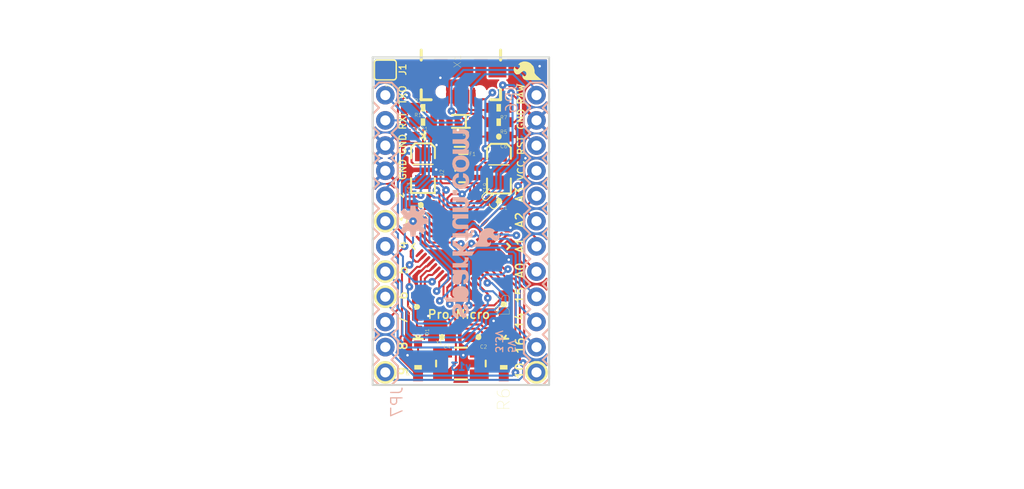
<source format=kicad_pcb>
(kicad_pcb (version 20211014) (generator pcbnew)
  (layers (0 "F.Cu" signal) (31 "B.Cu" signal) (34 "B.Paste" user) (35 "F.Paste" user) (36 "B.SilkS" user "B.Silkscreen") (37 "F.SilkS" user "F.Silkscreen") (38 "B.Mask" user) (39 "F.Mask" user) (44 "Edge.Cuts" user))
  (net 0 "")
  (net 1 "GND")
  (net 2 "AREF")
  (net 3 "RESET")
  (net 4 "SCK")
  (net 5 "N$38")
  (net 6 "MISO")
  (net 7 "MOSI")
  (net 8 "TXO")
  (net 9 "VCC")
  (net 10 "RAW")
  (net 11 "D9")
  (net 12 "D8")
  (net 13 "A5")
  (net 14 "A4")
  (net 15 "A3")
  (net 16 "A2")
  (net 17 "A1")
  (net 18 "A0")
  (net 19 "D2")
  (net 20 "D3")
  (net 21 "D4")
  (net 22 "D5")
  (net 23 "D6")
  (net 24 "D7")
  (net 25 "D10")
  (net 26 "N$1")
  (net 27 "N$2")
  (net 28 "RXI")
  (net 29 "N$4")
  (net 30 "UVCC")
  (net 31 "D-")
  (net 32 "D+")
  (net 33 "D11")
  (net 34 "D12")
  (net 35 "D13")
  (net 36 "D14")
  (net 37 "TXLED")
  (net 38 "N$6")
  (net 39 "N$8")
  (net 40 "N$3")
  (net 41 "N$5")
  (net 42 "N$7")
  (footprint "eagleBoard:CREATIVE_COMMONS" (layer "F.Cu") (at 122.358979 131.6736)
    (fp_text reference "FRAME1" hide)
    (fp_text value "FRAME-LETTER" hide)
  )
  (footprint "eagleBoard:0603-CAP" (layer "F.Cu") (at 152.3238 96.47936 180)
    (fp_text reference "C6")
    (fp_text value "1uF")
  )
  (footprint "eagleBoard:LED-0603" (layer "F.Cu") (at 152.8191 116.6876 180)
    (fp_text reference "D3")
    (fp_text value "Green")
  )
  (footprint "eagleBoard:PTC-1206" (layer "F.Cu") (at 148.5011 96.7486 180)
    (fp_text reference "F1")
    (fp_text value "500mA")
  )
  (footprint "eagleBoard:CRYSTAL-SMD-5X3" (layer "F.Cu") (at 148.5011 119.3546)
    (fp_text reference "Y1")
    (fp_text value "16MHz")
  )
  (footprint "eagleBoard:MICRO-FIDUCIAL" (layer "F.Cu") (at 150.5331 119.3546)
    (fp_text reference "JP1" hide)
    (fp_text value "FIDUCIALUFIDUCIAL" hide)
  )
  (footprint "eagleBoard:0603-CAP" (layer "F.Cu") (at 146.5961 116.6876 180)
    (fp_text reference "C4")
    (fp_text value "22pF")
  )
  (footprint "eagleBoard:LED-0603" (layer "F.Cu") (at 144.1831 116.6876 180)
    (fp_text reference "D1")
    (fp_text value "Yellow")
  )
  (footprint "eagleBoard:USB-AB-MICRO-SMD-V03-IN&OUT" (layer "F.Cu") (at 148.5011 89.7636 -90)
    (fp_text reference "X1")
    (fp_text value "")
  )
  (footprint "eagleBoard:EIA3216" (layer "F.Cu") (at 152.333959 99.710241 90)
    (fp_text reference "C19")
    (fp_text value "10uF")
  )
  (footprint "eagleBoard:0603-CAP" (layer "F.Cu") (at 150.2791 116.6876 180)
    (fp_text reference "C2")
    (fp_text value "22pF")
  )
  (footprint "eagleBoard:MICRO-FIDUCIAL" (layer "F.Cu") (at 143.9291 92.3036)
    (fp_text reference "JP2" hide)
    (fp_text value "FIDUCIALUFIDUCIAL" hide)
  )
  (footprint "eagleBoard:SFE-LOGO-FLAME" (layer "F.Cu") (at 156.6291 90.7796 90)
    (fp_text reference "U$1" hide)
    (fp_text value "LOGO-SFESK" hide)
  )
  (footprint "eagleBoard:0603-RES" (layer "F.Cu") (at 144.1831 119.7356 90)
    (fp_text reference "R4")
    (fp_text value "330")
  )
  (footprint "eagleBoard:LED-0603" (layer "F.Cu") (at 144.6784 96.408241 -90)
    (fp_text reference "LED1")
    (fp_text value "Red")
  )
  (footprint "eagleBoard:0603-CAP" (layer "F.Cu") (at 152.3492 102.95636 180)
    (fp_text reference "C1")
    (fp_text value "0.1uF")
  )
  (footprint "eagleBoard:SOD-323" (layer "F.Cu") (at 148.5011 94.9452 180)
    (fp_text reference "D2")
    (fp_text value "")
  )
  (footprint "eagleBoard:0603-RES" (layer "F.Cu") (at 144.6911 93.5736)
    (fp_text reference "R2")
    (fp_text value "10K")
  )
  (footprint "eagleBoard:0603-RES" (layer "F.Cu") (at 152.3111 93.5736 180)
    (fp_text reference "R7")
    (fp_text value "22")
  )
  (footprint "eagleBoard:0603-CAP" (layer "F.Cu") (at 144.0688 113.6396 90)
    (fp_text reference "C10")
    (fp_text value "1uF")
  )
  (footprint "eagleBoard:SOT23-5" (layer "F.Cu") (at 148.747481 99.659438 90)
    (fp_text reference "U2")
    (fp_text value "MIC5219")
  )
  (footprint "eagleBoard:0603-CAP" (layer "F.Cu") (at 152.8191 113.3856 90)
    (fp_text reference "C3")
    (fp_text value "0.1uF")
  )
  (footprint "eagleBoard:QFN-44-NOPAD_1_1-OUTFAKES" (layer "F.Cu") (at 148.5011 107.5436 -45)
    (fp_text reference "U3")
    (fp_text value "ATMEGA32U4")
  )
  (footprint "eagleBoard:0603-RES" (layer "F.Cu") (at 152.8191 119.7356 90)
    (fp_text reference "R6")
    (fp_text value "330")
  )
  (footprint "eagleBoard:EIA3216" (layer "F.Cu") (at 144.6784 99.661979 90)
    (fp_text reference "C13")
    (fp_text value "10uF")
  )
  (footprint "eagleBoard:0603-RES" (layer "F.Cu") (at 152.3111 95.026482 180)
    (fp_text reference "R5")
    (fp_text value "22")
  )
  (footprint "eagleBoard:0603-CAP" (layer "F.Cu") (at 144.465037 103.377994 180)
    (fp_text reference "C5")
    (fp_text value "1uF")
  )
  (footprint "eagleBoard:SJ_2S" (layer "F.Cu") (at 140.8811 89.7636 180)
    (fp_text reference "SJ1")
    (fp_text value "Closed for 5V Board")
  )
  (footprint "eagleBoard:0603-RES" (layer "F.Cu") (at 144.6784 95.013782)
    (fp_text reference "R11")
    (fp_text value "1K")
  )
  (footprint "eagleBoard:OSHW-LOGO-S" (layer "B.Cu") (at 143.6751 105.0036 90)
    (fp_text reference "U$3" hide)
    (fp_text value "OSHW-LOGOS" hide)
  )
  (footprint "eagleBoard:SFE-NEW-WEBLOGO" (layer "B.Cu") (at 146.7231 114.7826 90)
    (fp_text reference "U$11" hide)
    (fp_text value "LOGO-SFENEW" hide)
  )
  (footprint "eagleBoard:1X12" (layer "B.Cu") (at 140.8811 120.2436 90)
    (fp_text reference "JP7")
    (fp_text value "")
  )
  (footprint "eagleBoard:1X12" (layer "B.Cu") (at 156.1211 92.3036 -90)
    (fp_text reference "JP6")
    (fp_text value "")
  )
  (gr_circle (center 156.1211 120.2436) (end 157.1371 120.2436) (layer "F.SilkS") (width 0.254) (fill none))
  (gr_circle (center 140.8811 112.6236) (end 141.8971 112.6236) (layer "F.SilkS") (width 0.254) (fill none))
  (gr_circle (center 140.8811 120.2436) (end 141.8971 120.2436) (layer "F.SilkS") (width 0.254) (fill none))
  (gr_circle (center 140.8811 110.0836) (end 141.8971 110.0836) (layer "F.SilkS") (width 0.254) (fill none))
  (gr_circle (center 140.8811 105.0036) (end 141.8971 105.0036) (layer "F.SilkS") (width 0.254) (fill none))
  (gr_line (start 139.6111 121.5136) (end 157.3911 121.5136) (layer "Edge.Cuts") (width 0.2032))
  (gr_line (start 139.6111 88.4936) (end 139.6111 121.5136) (layer "Edge.Cuts") (width 0.2032))
  (gr_line (start 157.3911 88.4936) (end 139.6111 88.4936) (layer "Edge.Cuts") (width 0.2032))
  (gr_line (start 157.3911 121.5136) (end 157.3911 88.4936) (layer "Edge.Cuts") (width 0.2032))
  (gr_text "v13" (at 149.6441 120.1166) (layer "B.Cu") (effects (font (size 0.762 0.762) (thickness 0.254)) (justify left bottom mirror)))
  (gr_text "3.3V" (at 151.9301 118.3386 -90) (layer "B.SilkS") (effects (font (size 0.69088 0.69088) (thickness 0.12192)) (justify left bottom mirror)))
  (gr_text "5V" (at 153.2001 118.3386 -90) (layer "B.SilkS") (effects (font (size 0.69088 0.69088) (thickness 0.12192)) (justify left bottom mirror)))
  (gr_text "TXO" (at 143.0401 93.3196 90) (layer "F.SilkS") (effects (font (size 0.69088 0.69088) (thickness 0.12192)) (justify left bottom)))
  (gr_text "RXI" (at 143.0401 95.8596 90) (layer "F.SilkS") (effects (font (size 0.69088 0.69088) (thickness 0.12192)) (justify left bottom)))
  (gr_text "3" (at 143.1671 105.3846 90) (layer "F.SilkS") (effects (font (size 0.8636 0.8636) (thickness 0.1524)) (justify left bottom)))
  (gr_text "GND" (at 143.0401 100.9396 90) (layer "F.SilkS") (effects (font (size 0.69088 0.69088) (thickness 0.12192)) (justify left bottom)))
  (gr_text "2" (at 142.791178 102.796341 90) (layer "F.SilkS") (effects (font (size 0.69088 0.69088) (thickness 0.12192)) (justify left bottom)))
  (gr_text "14" (at 154.9781 115.9256 90) (layer "F.SilkS") (effects (font (size 0.8636 0.8636) (thickness 0.1524)) (justify left bottom)))
  (gr_text "J1" (at 143.0401 90.3986 90) (layer "F.SilkS") (effects (font (size 0.69088 0.69088) (thickness 0.12192)) (justify left bottom)))
  (gr_text "Micro" (at 147.8661 114.9096) (layer "F.SilkS") (effects (font (size 0.8636 0.8636) (thickness 0.1524)) (justify left bottom)))
  (gr_text "7" (at 143.1671 115.5446 90) (layer "F.SilkS") (effects (font (size 0.8636 0.8636) (thickness 0.1524)) (justify left bottom)))
  (gr_text "GND" (at 154.9781 95.8596 90) (layer "F.SilkS") (effects (font (size 0.69088 0.69088) (thickness 0.12192)) (justify left bottom)))
  (gr_text "15" (at 154.9781 113.3856 90) (layer "F.SilkS") (effects (font (size 0.8636 0.8636) (thickness 0.1524)) (justify left bottom)))
  (gr_text "A0" (at 154.9781 110.8456 90) (layer "F.SilkS") (effects (font (size 0.8636 0.8636) (thickness 0.1524)) (justify left bottom)))
  (gr_text "9" (at 143.1671 120.6246 90) (layer "F.SilkS") (effects (font (size 0.8636 0.8636) (thickness 0.1524)) (justify left bottom)))
  (gr_text "RAW" (at 154.9781 93.3196 90) (layer "F.SilkS") (effects (font (size 0.69088 0.69088) (thickness 0.12192)) (justify left bottom)))
  (gr_text "16" (at 154.9781 118.4656 90) (layer "F.SilkS") (effects (font (size 0.8636 0.8636) (thickness 0.1524)) (justify left bottom)))
  (gr_text "10" (at 154.9781 121.0056 90) (layer "F.SilkS") (effects (font (size 0.8636 0.8636) (thickness 0.1524)) (justify left bottom)))
  (gr_text "A1" (at 154.9781 108.3056 90) (layer "F.SilkS") (effects (font (size 0.8636 0.8636) (thickness 0.1524)) (justify left bottom)))
  (gr_text "5" (at 143.1671 110.4646 90) (layer "F.SilkS") (effects (font (size 0.8636 0.8636) (thickness 0.1524)) (justify left bottom)))
  (gr_text "RST" (at 154.9781 98.3996 90) (layer "F.SilkS") (effects (font (size 0.69088 0.69088) (thickness 0.12192)) (justify left bottom)))
  (gr_text "Pro" (at 145.0721 114.9096) (layer "F.SilkS") (effects (font (size 0.8636 0.8636) (thickness 0.1524)) (justify left bottom)))
  (gr_text "A3" (at 154.9781 103.2256 90) (layer "F.SilkS") (effects (font (size 0.8636 0.8636) (thickness 0.1524)) (justify left bottom)))
  (gr_text "4" (at 143.1671 107.9246 90) (layer "F.SilkS") (effects (font (size 0.8636 0.8636) (thickness 0.1524)) (justify left bottom)))
  (gr_text "VCC" (at 154.9781 100.9396 90) (layer "F.SilkS") (effects (font (size 0.69088 0.69088) (thickness 0.12192)) (justify left bottom)))
  (gr_text "A2" (at 154.9781 105.7656 90) (layer "F.SilkS") (effects (font (size 0.8636 0.8636) (thickness 0.1524)) (justify left bottom)))
  (gr_text "8" (at 143.1671 118.0846 90) (layer "F.SilkS") (effects (font (size 0.8636 0.8636) (thickness 0.1524)) (justify left bottom)))
  (gr_text "6" (at 143.1671 113.0046 90) (layer "F.SilkS") (effects (font (size 0.8636 0.8636) (thickness 0.1524)) (justify left bottom)))
  (gr_text "GND" (at 143.0401 98.3996 90) (layer "F.SilkS") (effects (font (size 0.69088 0.69088) (thickness 0.12192)) (justify left bottom)))
  (segment (start 144.873981 113.5888) (end 144.2466 112.961419) (width 0.2032) (layer "F.Cu") (net 1))
  (segment (start 152.603378 108.159844) (end 153.257134 108.8136) (width 0.2032) (layer "F.Cu") (net 1))
  (segment (start 144.510759 110.015019) (end 144.971518 109.55426) (width 0.2032) (layer "F.Cu") (net 1))
  (segment (start 150.9522 114.533682) (end 150.9522 114.533682) (width 0.2032) (layer "F.Cu") (net 1))
  (segment (start 146.15315 104.498447) (end 145.315037 103.660335) (width 0.2032) (layer "F.Cu") (net 1))
  (segment (start 153.323059 108.8898) (end 153.3271 108.8898) (width 0.2032) (layer "F.Cu") (net 1))
  (segment (start 144.0688 111.3155) (end 144.0688 112.7896) (width 0.2032) (layer "F.Cu") (net 1))
  (segment (start 144.2466 112.961419) (end 144.240618 112.961419) (width 0.2032) (layer "F.Cu") (net 1))
  (segment (start 150.9522 114.533682) (end 151.255269 114.672291) (width 0.2032) (layer "F.Cu") (net 1))
  (segment (start 143.807181 110.479838) (end 143.807181 111.053882) (width 0.2032) (layer "F.Cu") (net 1))
  (segment (start 147.2011 92.4636) (end 147.2011 91.0336) (width 0.4064) (layer "F.Cu") (net 1))
  (segment (start 147.2011 91.0336) (end 147.2311 91.0336) (width 0.4064) (layer "F.Cu") (net 1))
  (segment (start 149.5171 112.045638) (end 149.5171 112.4458) (width 0.2032) (layer "F.Cu") (net 1))
  (segment (start 145.315037 103.660335) (end 145.315037 103.377994) (width 0.2032) (layer "F.Cu") (net 1))
  (segment (start 153.257134 108.8136) (end 153.5811 108.8136) (width 0.2032) (layer "F.Cu") (net 1))
  (segment (start 149.465946 111.994485) (end 149.5171 112.045638) (width 0.2032) (layer "F.Cu") (net 1))
  (segment (start 145.7461 115.60646) (end 144.873981 114.734341) (width 0.2032) (layer "F.Cu") (net 1))
  (segment (start 152.8191 114.2356) (end 152.8191 114.046) (width 0.2032) (layer "F.Cu") (net 1))
  (segment (start 145.315037 101.698616) (end 144.6784 101.061979) (width 0.2032) (layer "F.Cu") (net 1))
  (segment (start 144.272 110.015019) (end 144.510759 110.015019) (width 0.2032) (layer "F.Cu") (net 1))
  (segment (start 144.272 110.015019) (end 143.807181 110.479838) (width 0.2032) (layer "F.Cu") (net 1))
  (segment (start 144.873981 114.734341) (end 144.873981 113.5888) (width 0.2032) (layer "F.Cu") (net 1))
  (segment (start 144.971518 109.55426) (end 145.096025 109.55426) (width 0.2032) (layer "F.Cu") (net 1))
  (segment (start 144.991278 101.061979) (end 144.6784 101.061979) (width 0.2032) (layer "F.Cu") (net 1))
  (segment (start 151.255269 114.672291) (end 151.798021 115.056922) (width 0.2032) (layer "F.Cu") (net 1))
  (segment (start 145.7461 116.6876) (end 145.7461 115.60646) (width 0.2032) (layer "F.Cu") (net 1))
  (segment (start 144.240618 112.961419) (end 144.0688 112.7896) (width 0.2032) (layer "F.Cu") (net 1))
  (segment (start 143.807181 111.053882) (end 144.0688 111.3155) (width 0.2032) (layer "F.Cu") (net 1))
  (segment (start 145.315037 103.377994) (end 145.315037 101.698616) (width 0.2032) (layer "F.Cu") (net 1))
  (via (at 142.951203 96.260919) (size 0.762) (drill 0.254) (layers "F.Cu" "B.Cu") (net 1))
  (via (at 155.008578 98.661219) (size 0.762) (drill 0.254) (layers "F.Cu" "B.Cu") (net 1))
  (via (at 156.4386 89.3826) (size 0.762) (drill 0.254) (layers "F.Cu" "B.Cu") (net 1))
  (via (at 148.193759 95.811341) (size 0.762) (drill 0.254) (layers "F.Cu" "B.Cu") (net 1))
  (via (at 146.431 90.551) (size 0.762) (drill 0.254) (layers "F.Cu" "B.Cu") (net 1))
  (via (at 151.798021 115.056922) (size 0.762) (drill 0.254) (layers "F.Cu" "B.Cu") (net 1))
  (via (at 153.492206 105.671625) (size 0.762) (drill 0.254) (layers "F.Cu" "B.Cu") (net 1))
  (via (at 145.2118 114.561619) (size 0.762) (drill 0.254) (layers "F.Cu" "B.Cu") (net 1))
  (via (at 154.4701 102.8446) (size 0.762) (drill 0.254) (layers "F.Cu" "B.Cu") (net 1))
  (via (at 148.739862 118.511319) (size 0.762) (drill 0.254) (layers "F.Cu" "B.Cu") (net 1))
  (via (at 153.3271 108.8898) (size 0.762) (drill 0.254) (layers "F.Cu" "B.Cu") (net 1))
  (via (at 146.0373 97.33026) (size 0.762) (drill 0.254) (layers "F.Cu" "B.Cu") (net 1))
  (via (at 150.495003 101.866704) (size 0.762) (drill 0.254) (layers "F.Cu" "B.Cu") (net 1))
  (via (at 146.001737 99.804219) (size 0.762) (drill 0.254) (layers "F.Cu" "B.Cu") (net 1))
  (via (at 149.166581 114.44986) (size 0.762) (drill 0.254) (layers "F.Cu" "B.Cu") (net 1))
  (via (at 143.11884 118.521479) (size 0.762) (drill 0.254) (layers "F.Cu" "B.Cu") (net 1))
  (via (at 151.51354 99.598482) (size 0.762) (drill 0.254) (layers "F.Cu" "B.Cu") (net 1))
  (segment (start 140.8811 97.3836) (end 142.003781 96.260919) (width 0.2032) (layer "B.Cu") (net 1))
  (segment (start 142.003781 96.260919) (end 142.951203 96.260919) (width 0.2032) (layer "B.Cu") (net 1))
  (segment (start 150.163153 103.789925) (end 150.996718 102.95636) (width 0.2032) (layer "F.Cu") (net 2))
  (segment (start 150.996718 102.95636) (end 151.4992 102.95636) (width 0.2032) (layer "F.Cu") (net 2))
  (segment (start 144.3265 108.9406) (end 144.1741 109.093) (width 0.2032) (layer "F.Cu") (net 3))
  (segment (start 142.1511 96.901) (end 142.1511 105.7656) (width 0.2032) (layer "F.Cu") (net 3))
  (segment (start 144.398818 108.857054) (end 144.3265 108.929372) (width 0.2032) (layer "F.Cu") (net 3))
  (segment (start 142.1511 95.359219) (end 141.589759 95.92056) (width 0.2032) (layer "F.Cu") (net 3))
  (segment (start 143.6751 107.7976) (end 143.6751 107.2896) (width 0.2032) (layer "F.Cu") (net 3))
  (segment (start 143.9545 109.093) (end 143.4465 108.585) (width 0.2032) (layer "F.Cu") (net 3))
  (segment (start 144.1741 109.093) (end 143.9545 109.093) (width 0.2032) (layer "F.Cu") (net 3))
  (segment (start 144.3265 108.929372) (end 144.3265 108.9406) (width 0.2032) (layer "F.Cu") (net 3))
  (segment (start 143.8411 93.1046) (end 143.0401 92.3036) (width 0.2032) (layer "F.Cu") (net 3))
  (segment (start 143.6751 107.2896) (end 142.1511 105.7656) (width 0.2032) (layer "F.Cu") (net 3))
  (segment (start 143.4465 108.0262) (end 143.4465 108.585) (width 0.2032) (layer "F.Cu") (net 3))
  (segment (start 143.4465 108.0262) (end 143.6751 107.7976) (width 0.2032) (layer "F.Cu") (net 3))
  (segment (start 141.589759 96.33966) (end 142.1511 96.901) (width 0.2032) (layer "F.Cu") (net 3))
  (segment (start 143.8411 93.5736) (end 143.8411 93.1046) (width 0.2032) (layer "F.Cu") (net 3))
  (segment (start 141.589759 95.92056) (end 141.589759 96.33966) (width 0.2032) (layer "F.Cu") (net 3))
  (segment (start 142.1511 95.359219) (end 142.1511 93.1926) (width 0.2032) (layer "F.Cu") (net 3))
  (segment (start 142.1511 93.1926) (end 143.0401 92.3036) (width 0.2032) (layer "F.Cu") (net 3))
  (via (at 143.0401 92.3036) (size 0.762) (drill 0.254) (layers "F.Cu" "B.Cu") (net 3))
  (segment (start 150.9141 90.1954) (end 149.5425 91.567) (width 0.2032) (layer "B.Cu") (net 3))
  (segment (start 155.2321 93.9546) (end 154.8511 94.3356) (width 0.2032) (layer "B.Cu") (net 3))
  (segment (start 149.5425 91.567) (end 149.5425 94.0816) (width 0.2032) (layer "B.Cu") (net 3))
  (segment (start 153.7589 90.1954) (end 154.8511 91.2876) (width 0.2032) (layer "B.Cu") (net 3))
  (segment (start 154.8511 92.8116) (end 155.2321 93.1926) (width 0.2032) (layer "B.Cu") (net 3))
  (segment (start 154.8511 91.2876) (end 154.8511 92.8116) (width 0.2032) (layer "B.Cu") (net 3))
  (segment (start 154.8511 94.3356) (end 154.8511 96.1136) (width 0.2032) (layer "B.Cu") (net 3))
  (segment (start 154.8511 96.1136) (end 156.1211 97.3836) (width 0.2032) (layer "B.Cu") (net 3))
  (segment (start 143.0401 92.3036) (end 145.8087 95.0722) (width 0.2032) (layer "B.Cu") (net 3))
  (segment (start 155.2321 93.1926) (end 155.2321 93.9546) (width 0.2032) (layer "B.Cu") (net 3))
  (segment (start 149.5425 94.0816) (end 148.5519 95.0722) (width 0.2032) (layer "B.Cu") (net 3))
  (segment (start 145.8087 95.0722) (end 148.5519 95.0722) (width 0.2032) (layer "B.Cu") (net 3))
  (segment (start 150.9141 90.1954) (end 153.7589 90.1954) (width 0.2032) (layer "B.Cu") (net 3))
  (segment (start 145.3637 106.5276) (end 145.393475 106.5276) (width 0.2032) (layer "F.Cu") (net 4))
  (segment (start 145.393475 106.5276) (end 145.9611 106.5276) (width 0.2032) (layer "F.Cu") (net 4))
  (segment (start 145.096025 106.23015) (end 145.393475 106.5276) (width 0.2032) (layer "F.Cu") (net 4))
  (segment (start 145.9611 106.5276) (end 149.5171 106.5276) (width 0.2032) (layer "F.Cu") (net 4))
  (segment (start 149.5171 106.5276) (end 149.7711 106.2736) (width 0.2032) (layer "F.Cu") (net 4))
  (via (at 149.7711 106.2736) (size 0.762) (drill 0.254) (layers "F.Cu" "B.Cu") (net 4))
  (segment (start 150.0251 106.2736) (end 150.5331 106.7816) (width 0.2032) (layer "B.Cu") (net 4))
  (segment (start 153.7081 107.2896) (end 154.3431 107.2896) (width 0.2032) (layer "B.Cu") (net 4))
  (segment (start 153.2001 106.7816) (end 153.7081 107.2896) (width 0.2032) (layer "B.Cu") (net 4))
  (segment (start 150.5331 106.7816) (end 153.2001 106.7816) (width 0.2032) (layer "B.Cu") (net 4))
  (segment (start 154.3431 107.2896) (end 154.8511 107.7976) (width 0.2032) (layer "B.Cu") (net 4))
  (segment (start 149.7711 106.2736) (end 150.0251 106.2736) (width 0.2032) (layer "B.Cu") (net 4))
  (segment (start 154.8511 107.7976) (end 154.8511 111.3536) (width 0.2032) (layer "B.Cu") (net 4))
  (segment (start 154.8511 111.3536) (end 156.1211 112.6236) (width 0.2032) (layer "B.Cu") (net 4))
  (segment (start 143.9284 95.113782) (end 143.9284 96.408241) (width 0.2032) (layer "F.Cu") (net 5))
  (segment (start 143.8284 95.013782) (end 143.9284 95.113782) (width 0.2032) (layer "F.Cu") (net 5))
  (segment (start 147.3581 108.0516) (end 148.7805 108.0516) (width 0.2032) (layer "F.Cu") (net 6))
  (segment (start 146.8501 107.5436) (end 147.3581 108.0516) (width 0.2032) (layer "F.Cu") (net 6))
  (segment (start 145.015059 107.5436) (end 145.0289 107.5436) (width 0.2032) (layer "F.Cu") (net 6))
  (segment (start 148.7805 108.0516) (end 149.5679 107.2642) (width 0.2032) (layer "F.Cu") (net 6))
  (segment (start 145.0289 107.5436) (end 145.9611 107.5436) (width 0.2032) (layer "F.Cu") (net 6))
  (segment (start 145.9611 107.5436) (end 146.8501 107.5436) (width 0.2032) (layer "F.Cu") (net 6))
  (segment (start 144.398818 106.92736) (end 145.015059 107.5436) (width 0.2032) (layer "F.Cu") (net 6))
  (via (at 149.5679 107.2642) (size 0.762) (drill 0.254) (layers "F.Cu" "B.Cu") (net 6))
  (segment (start 154.4193 108.1024) (end 154.4193 113.538) (width 0.2032) (layer "B.Cu") (net 6))
  (segment (start 153.4795 107.696) (end 154.0129 107.696) (width 0.2032) (layer "B.Cu") (net 6))
  (segment (start 156.0449 115.1636) (end 156.1211 115.1636) (width 0.2032) (layer "B.Cu") (net 6))
  (segment (start 153.0731 107.2896) (end 149.5933 107.2896) (width 0.2032) (layer "B.Cu") (net 6))
  (segment (start 149.5933 107.2896) (end 149.5679 107.2642) (width 0.2032) (layer "B.Cu") (net 6))
  (segment (start 154.4193 113.538) (end 156.0449 115.1636) (width 0.2032) (layer "B.Cu") (net 6))
  (segment (start 153.0731 107.2896) (end 153.4795 107.696) (width 0.2032) (layer "B.Cu") (net 6))
  (segment (start 154.0129 107.696) (end 154.4193 108.1024) (width 0.2032) (layer "B.Cu") (net 6))
  (segment (start 145.3551 107.1626) (end 145.9611 107.1626) (width 0.2032) (layer "F.Cu") (net 7))
  (segment (start 148.3741 107.1626) (end 148.5011 107.2896) (width 0.2032) (layer "F.Cu") (net 7))
  (segment (start 145.9611 107.1626) (end 148.3741 107.1626) (width 0.2032) (layer "F.Cu") (net 7))
  (segment (start 145.331268 107.1626) (end 145.3551 107.1626) (width 0.2032) (layer "F.Cu") (net 7))
  (segment (start 144.747421 106.578754) (end 145.331268 107.1626) (width 0.2032) (layer "F.Cu") (net 7))
  (via (at 148.5011 107.2896) (size 0.762) (drill 0.254) (layers "F.Cu" "B.Cu") (net 7))
  (segment (start 149.7203 108.0516) (end 150.1013 107.6706) (width 0.2032) (layer "B.Cu") (net 7))
  (segment (start 148.5011 107.2896) (end 149.2631 108.0516) (width 0.2032) (layer "B.Cu") (net 7))
  (segment (start 154.0129 109.7026) (end 154.0383 109.728) (width 0.2032) (layer "B.Cu") (net 7))
  (segment (start 150.1013 107.6706) (end 152.6921 107.6706) (width 0.2032) (layer "B.Cu") (net 7))
  (segment (start 149.2631 108.0516) (end 149.7203 108.0516) (width 0.2032) (layer "B.Cu") (net 7))
  (segment (start 152.6921 107.6706) (end 153.1239 108.1024) (width 0.2032) (layer "B.Cu") (net 7))
  (segment (start 154.0383 109.728) (end 154.0383 115.6208) (width 0.2032) (layer "B.Cu") (net 7))
  (segment (start 153.7843 108.1024) (end 154.0129 108.331) (width 0.2032) (layer "B.Cu") (net 7))
  (segment (start 154.0129 108.331) (end 154.0129 109.7026) (width 0.2032) (layer "B.Cu") (net 7))
  (segment (start 154.0383 115.6208) (end 156.1211 117.7036) (width 0.2032) (layer "B.Cu") (net 7))
  (segment (start 153.1239 108.1024) (end 153.7843 108.1024) (width 0.2032) (layer "B.Cu") (net 7))
  (segment (start 147.1295 111.683854) (end 147.1295 113.098582) (width 0.2032) (layer "F.Cu") (net 8))
  (segment (start 147.1295 113.098582) (end 147.380959 113.350041) (width 0.2032) (layer "F.Cu") (net 8))
  (segment (start 147.1295 111.683854) (end 147.149675 111.683854) (width 0.2032) (layer "F.Cu") (net 8))
  (segment (start 147.149675 111.683854) (end 147.187646 111.645882) (width 0.2032) (layer "F.Cu") (net 8))
  (via (at 147.380959 113.350041) (size 0.762) (drill 0.254) (layers "F.Cu" "B.Cu") (net 8))
  (segment (start 144.139921 101.59746) (end 143.532859 101.59746) (width 0.2032) (layer "B.Cu") (net 8))
  (segment (start 143.33474 103.385619) (end 143.400781 103.45166) (width 0.2032) (layer "B.Cu") (net 8))
  (segment (start 145.3261 96.7486) (end 140.8811 92.3036) (width 0.2032) (layer "B.Cu") (net 8))
  (segment (start 143.400781 103.45166) (end 144.200878 103.45166) (width 0.2032) (layer "B.Cu") (net 8))
  (segment (start 143.532859 101.59746) (end 143.33474 101.795579) (width 0.2032) (layer "B.Cu") (net 8))
  (segment (start 145.27784 100.459541) (end 144.139921 101.59746) (width 0.2032) (layer "B.Cu") (net 8))
  (segment (start 148.229318 112.501682) (end 147.380959 113.350041) (width 0.2032) (layer "B.Cu") (net 8))
  (segment (start 143.33474 101.795579) (end 143.33474 103.385619) (width 0.2032) (layer "B.Cu") (net 8))
  (segment (start 145.3261 104.576882) (end 144.200878 103.45166) (width 0.2032) (layer "B.Cu") (net 8))
  (segment (start 145.27784 96.79686) (end 145.27784 100.459541) (width 0.2032) (layer "B.Cu") (net 8))
  (segment (start 145.27784 96.79686) (end 145.3261 96.7486) (width 0.2032) (layer "B.Cu") (net 8))
  (segment (start 145.3261 106.9467) (end 148.229318 109.849919) (width 0.2032) (layer "B.Cu") (net 8))
  (segment (start 148.229318 109.849919) (end 148.229318 112.501682) (width 0.2032) (layer "B.Cu") (net 8))
  (segment (start 145.3261 104.576882) (end 145.3261 106.9467) (width 0.2032) (layer "B.Cu") (net 8))
  (segment (start 156.1211 99.9236) (end 155.98394 99.9236) (width 0.2032) (layer "F.Cu") (net 9))
  (segment (start 144.6784 98.261979) (end 145.061478 98.261979) (width 0.2032) (layer "F.Cu") (net 9))
  (segment (start 149.465946 103.092719) (end 149.826981 102.731685) (width 0.2032) (layer "F.Cu") (net 9))
  (segment (start 152.8191 115.9376) (end 153.6065 115.1502) (width 0.2032) (layer "F.Cu") (net 9))
  (segment (start 141.9606 91.4781) (end 144.1196 91.4781) (width 0.2032) (layer "F.Cu") (net 9))
  (segment (start 144.0688 114.4896) (end 144.0688 115.8233) (width 0.2032) (layer "F.Cu") (net 9))
  (segment (start 150.957281 101.185982) (end 149.890481 101.185982) (width 0.2032) (layer "F.Cu") (net 9))
  (segment (start 154.264362 101.455222) (end 155.795984 99.9236) (width 0.2032) (layer "F.Cu") (net 9))
  (segment (start 149.826981 102.731685) (end 149.826981 101.249482) (width 0.2032) (layer "F.Cu") (net 9))
  (segment (start 148.699221 100.7187) (end 148.684583 100.664069) (width 0.2032) (layer "F.Cu") (net 9))
  (segment (start 143.3068 110.390941) (end 143.3068 111.61776) (width 0.2032) (layer "F.Cu") (net 9))
  (segment (start 150.195281 113.491007) (end 151.863693 113.491007) (width 0.2032) (layer "F.Cu") (net 9))
  (segment (start 144.1196 91.4781) (end 144.8181 92.1766) (width 0.2032) (layer "F.Cu") (net 9))
  (segment (start 149.299931 113.491007) (end 150.195281 113.491007) (width 0.2032) (layer "F.Cu") (net 9))
  (segment (start 151.163018 101.871782) (end 151.163018 101.391719) (width 0.2032) (layer "F.Cu") (net 9))
  (segment (start 148.338543 98.049082) (end 146.362418 98.049082) (width 0.2032) (layer "F.Cu") (net 9))
  (segment (start 144.747421 109.205657) (end 144.341918 109.61116) (width 0.2032) (layer "F.Cu") (net 9))
  (segment (start 143.1671 111.75746) (end 143.3068 111.61776) (width 0.2032) (layer "F.Cu") (net 9))
  (segment (start 143.1671 113.5879) (end 144.0688 114.4896) (width 0.2032) (layer "F.Cu") (net 9))
  (segment (start 140.8811 91.0336) (end 140.4692 90.6217) (width 0.2032) (layer "F.Cu") (net 9))
  (segment (start 153.6065 112.8776) (end 153.2645 112.5356) (width 0.2032) (layer "F.Cu") (net 9))
  (segment (start 148.699221 100.7187) (end 148.699221 100.7187) (width 0.2032) (layer "F.Cu") (net 9))
  (segment (start 144.341918 109.61116) (end 144.086581 109.61116) (width 0.2032) (layer "F.Cu") (net 9))
  (segment (start 151.863693 113.491007) (end 152.8191 112.5356) (width 0.2032) (layer "F.Cu") (net 9))
  (segment (start 145.5411 93.5736) (end 145.5284 93.5863) (width 0.2032) (layer "F.Cu") (net 9))
  (segment (start 140.4692 90.6217) (end 140.4692 89.7636) (width 0.2032) (layer "F.Cu") (net 9))
  (segment (start 144.0688 115.8233) (end 144.1831 115.9376) (width 0.2032) (layer "F.Cu") (net 9))
  (segment (start 152.5769 112.5356) (end 152.8191 112.5356) (width 0.2032) (layer "F.Cu") (net 9))
  (segment (start 151.163018 101.391719) (end 150.957281 101.185982) (width 0.2032) (layer "F.Cu") (net 9))
  (segment (start 146.362418 98.049082) (end 146.149521 98.261979) (width 0.2032) (layer "F.Cu") (net 9))
  (segment (start 145.5284 93.5863) (end 145.5284 95.013782) (width 0.2032) (layer "F.Cu") (net 9))
  (segment (start 148.699221 100.954922) (end 148.930281 101.185982) (width 0.2032) (layer "F.Cu") (net 9))
  (segment (start 144.086581 109.61116) (end 143.3068 110.390941) (width 0.2032) (layer "F.Cu") (net 9))
  (segment (start 148.699221 100.7187) (end 148.699221 100.954922) (width 0.2032) (layer "F.Cu") (net 9))
  (segment (start 148.699221 100.7187) (end 148.699221 98.40976) (width 0.2032) (layer "F.Cu") (net 9))
  (segment (start 145.5284 95.013782) (end 144.6784 95.863782) (width 0.2032) (layer "F.Cu") (net 9))
  (segment (start 143.8901 114.4896) (end 144.0688 114.4896) (width 0.2032) (layer "F.Cu") (net 9))
  (segment (start 144.6784 95.863782) (end 144.6784 98.261979) (width 0.2032) (layer "F.Cu") (net 9))
  (segment (start 150.138131 111.969463) (end 150.138131 113.433857) (width 0.2032) (layer "F.Cu") (net 9))
  (segment (start 143.1671 113.5879) (end 143.1671 111.75746) (width 0.2032) (layer "F.Cu") (net 9))
  (segment (start 141.9606 91.4781) (end 141.5161 91.0336) (width 0.2032) (layer "F.Cu") (net 9))
  (segment (start 155.795984 99.9236) (end 156.1211 99.9236) (width 0.2032) (layer "F.Cu") (net 9))
  (segment (start 144.8181 92.1766) (end 144.8181 92.8506) (width 0.2032) (layer "F.Cu") (net 9))
  (segment (start 150.138131 113.433857) (end 150.138131 113.433857) (width 0.2032) (layer "F.Cu") (net 9))
  (segment (start 153.2645 112.5356) (end 152.8191 112.5356) (width 0.2032) (layer "F.Cu") (net 9))
  (segment (start 152.603378 106.92736) (end 153.079337 106.4514) (width 0.2032) (layer "F.Cu") (net 9))
  (segment (start 144.1323 115.8868) (end 144.1831 115.9376) (width 0.2032) (layer "F.Cu") (net 9))
  (segment (start 150.138131 113.433857) (end 150.195281 113.491007) (width 0.2032) (layer "F.Cu") (net 9))
  (segment (start 148.699221 98.40976) (end 148.338543 98.049082) (width 0.2032) (layer "F.Cu") (net 9))
  (segment (start 148.589959 100.609438) (end 147.447381 100.609438) (width 0.2032) (layer "F.Cu") (net 9))
  (segment (start 149.890481 101.185982) (end 148.930281 101.185982) (width 0.2032) (layer "F.Cu") (net 9))
  (segment (start 149.81455 111.645882) (end 150.138131 111.969463) (width 0.2032) (layer "F.Cu") (net 9))
  (segment (start 153.079337 106.4514) (end 154.078937 106.4514) (width 0.2032) (layer "F.Cu") (net 9))
  (segment (start 148.64459 100.624076) (end 148.589959 100.609438) (width 0.2032) (layer "F.Cu") (net 9))
  (segment (start 141.5161 91.0336) (end 140.8811 91.0336) (width 0.2032) (layer "F.Cu") (net 9))
  (segment (start 144.8181 92.8506) (end 145.5411 93.5736) (width 0.2032) (layer "F.Cu") (net 9))
  (segment (start 149.826981 101.249482) (end 149.890481 101.185982) (width 0.2032) (layer "F.Cu") (net 9))
  (segment (start 146.149521 98.261979) (end 144.6784 98.261979) (width 0.2032) (layer "F.Cu") (net 9))
  (segment (start 154.078937 106.4514) (end 154.096718 106.433619) (width 0.2032) (layer "F.Cu") (net 9))
  (segment (start 151.439878 102.148641) (end 153.570943 102.148641) (width 0.2032) (layer "F.Cu") (net 9))
  (segment (start 153.570943 102.148641) (end 154.264362 101.455222) (width 0.2032) (layer "F.Cu") (net 9))
  (segment (start 153.6065 115.1502) (end 153.6065 112.8776) (width 0.2032) (layer "F.Cu") (net 9))
  (segment (start 151.439878 102.148641) (end 151.163018 101.871782) (width 0.2032) (layer "F.Cu") (net 9))
  (segment (start 148.684583 100.664069) (end 148.64459 100.624076) (width 0.2032) (layer "F.Cu") (net 9))
  (via (at 143.3068 111.61776) (size 0.762) (drill 0.254) (layers "F.Cu" "B.Cu") (net 9))
  (via (at 154.096718 106.433619) (size 0.762) (drill 0.254) (layers "F.Cu" "B.Cu") (net 9))
  (via (at 149.299931 113.491007) (size 0.762) (drill 0.254) (layers "F.Cu" "B.Cu") (net 9))
  (via (at 154.264362 101.455222) (size 0.762) (drill 0.254) (layers "F.Cu" "B.Cu") (net 9))
  (segment (start 144.155159 115.323619) (end 147.185381 115.323619) (width 0.2032) (layer "B.Cu") (net 9))
  (segment (start 154.264362 101.455222) (end 154.264362 101.780338) (width 0.2032) (layer "B.Cu") (net 9))
  (segment (start 149.308818 113.482119) (end 149.308818 113.482119) (width 0.2032) (layer "B.Cu") (net 9))
  (segment (start 143.7259 114.89436) (end 143.7259 113.441482) (width 0.2032) (layer "B.Cu") (net 9))
  (segment (start 147.185381 115.323619) (end 149.017993 113.491007) (width 0.2032) (layer "B.Cu") (net 9))
  (segment (start 153.2763 106.344719) (end 150.985218 106.344719) (width 0.2032) (layer "B.Cu") (net 9))
  (segment (start 143.1671 112.882682) (end 143.1671 111.75746) (width 0.2032) (layer "B.Cu") (net 9))
  (segment (start 149.308818 113.482119) (end 149.299931 113.491007) (width 0.2032) (layer "B.Cu") (net 9))
  (segment (start 143.7259 113.441482) (end 143.1671 112.882682) (width 0.2032) (layer "B.Cu") (net 9))
  (segment (start 149.308818 109.10316) (end 149.308818 113.482119) (width 0.2032) (layer "B.Cu") (net 9))
  (segment (start 143.1671 111.75746) (end 143.3068 111.61776) (width 0.2032) (layer "B.Cu") (net 9))
  (segment (start 149.692362 105.22966) (end 148.69414 106.227882) (width 0.2032) (layer "B.Cu") (net 9))
  (segment (start 149.017993 113.491007) (end 149.299931 113.491007) (width 0.2032) (layer "B.Cu") (net 9))
  (segment (start 147.581618 106.961941) (end 147.581618 107.37596) (width 0.2032) (layer "B.Cu") (net 9))
  (segment (start 153.3652 106.433619) (end 153.2763 106.344719) (width 0.2032) (layer "B.Cu") (net 9))
  (segment (start 148.315678 106.227882) (end 147.581618 106.961941) (width 0.2032) (layer "B.Cu") (net 9))
  (segment (start 150.3426 105.7021) (end 149.870159 105.22966) (width 0.2032) (layer "B.Cu") (net 9))
  (segment (start 149.870159 105.22966) (end 149.692362 105.22966) (width 0.2032) (layer "B.Cu") (net 9))
  (segment (start 144.155159 115.323619) (end 143.7259 114.89436) (width 0.2032) (layer "B.Cu") (net 9))
  (segment (start 154.096718 106.433619) (end 153.3652 106.433619) (width 0.2032) (layer "B.Cu") (net 9))
  (segment (start 150.985218 106.344719) (end 150.3426 105.7021) (width 0.2032) (layer "B.Cu") (net 9))
  (segment (start 148.69414 106.227882) (end 148.315678 106.227882) (width 0.2032) (layer "B.Cu") (net 9))
  (segment (start 147.581618 107.37596) (end 149.308818 109.10316) (width 0.2032) (layer "B.Cu") (net 9))
  (segment (start 154.264362 101.780338) (end 150.3426 105.7021) (width 0.2032) (layer "B.Cu") (net 9))
  (segment (start 149.118321 100.30206) (end 149.118321 98.6536) (width 0.2032) (layer "F.Cu") (net 10))
  (segment (start 149.387562 100.5713) (end 150.009443 100.5713) (width 0.2032) (layer "F.Cu") (net 10))
  (segment (start 149.991743 98.6536) (end 149.118321 98.6536) (width 0.2032) (layer "F.Cu") (net 10))
  (segment (start 150.047581 98.709438) (end 149.991743 98.6536) (width 0.2032) (layer "F.Cu") (net 10))
  (segment (start 151.934762 98.709438) (end 150.047581 98.709438) (width 0.2032) (layer "F.Cu") (net 10))
  (segment (start 149.118321 100.30206) (end 149.387562 100.5713) (width 0.2032) (layer "F.Cu") (net 10))
  (segment (start 147.9423 93.9038) (end 147.5486 93.9038) (width 0.2032) (layer "F.Cu") (net 10))
  (segment (start 152.333959 98.310241) (end 151.934762 98.709438) (width 0.2032) (layer "F.Cu") (net 10))
  (segment (start 148.9837 94.9452) (end 147.9423 93.9038) (width 0.2032) (layer "F.Cu") (net 10))
  (segment (start 150.009443 100.5713) (end 150.047581 100.609438) (width 0.2032) (layer "F.Cu") (net 10))
  (segment (start 148.97354 97.63506) (end 148.97354 94.95536) (width 0.2032) (layer "F.Cu") (net 10))
  (segment (start 149.118321 97.779841) (end 148.97354 97.63506) (width 0.2032) (layer "F.Cu") (net 10))
  (segment (start 149.118321 98.6536) (end 149.118321 97.779841) (width 0.2032) (layer "F.Cu") (net 10))
  (segment (start 148.97354 94.95536) (end 148.9837 94.9452) (width 0.2032) (layer "F.Cu") (net 10))
  (segment (start 149.6511 94.9452) (end 148.9837 94.9452) (width 0.2032) (layer "F.Cu") (net 10))
  (via (at 147.5486 93.9038) (size 0.762) (drill 0.254) (layers "F.Cu" "B.Cu") (net 10))
  (segment (start 148.7551 89.7636) (end 154.0891 89.7636) (width 0.2032) (layer "B.Cu") (net 10))
  (segment (start 154.0891 89.7636) (end 156.1211 91.7956) (width 0.2032) (layer "B.Cu") (net 10))
  (segment (start 147.5486 90.9701) (end 147.5486 93.9038) (width 0.2032) (layer "B.Cu") (net 10))
  (segment (start 148.7551 89.7636) (end 147.5486 90.9701) (width 0.2032) (layer "B.Cu") (net 10))
  (segment (start 156.1211 91.7956) (end 156.1211 92.3036) (width 0.2032) (layer "B.Cu") (net 10))
  (segment (start 153.6954 111.2139) (end 154.4447 111.9632) (width 0.2032) (layer "F.Cu") (net 11))
  (segment (start 154.4447 111.9632) (end 154.4447 119.0244) (width 0.2032) (layer "F.Cu") (net 11))
  (segment (start 154.726637 119.306338) (end 154.769821 119.306338) (width 0.2032) (layer "F.Cu") (net 11))
  (segment (start 152.868606 111.2139) (end 153.6954 111.2139) (width 0.2032) (layer "F.Cu") (net 11))
  (segment (start 151.557568 109.902863) (end 152.868606 111.2139) (width 0.2032) (layer "F.Cu") (net 11))
  (segment (start 154.4447 119.0244) (end 154.726637 119.306338) (width 0.2032) (layer "F.Cu") (net 11))
  (via (at 154.769821 119.306338) (size 0.762) (drill 0.254) (layers "F.Cu" "B.Cu") (net 11))
  (segment (start 154.769821 120.604279) (end 154.769821 119.306338) (width 0.2032) (layer "B.Cu") (net 11))
  (segment (start 154.3685 121.0056) (end 141.6431 121.0056) (width 0.2032) (layer "B.Cu") (net 11))
  (segment (start 141.6431 121.0056) (end 140.8811 120.2436) (width 0.2032) (layer "B.Cu") (net 11))
  (segment (start 154.3685 121.0056) (end 154.769821 120.604279) (width 0.2032) (layer "B.Cu") (net 11))
  (segment (start 153.9875 118.8466) (end 154.0002 118.8593) (width 0.2032) (layer "F.Cu") (net 12))
  (segment (start 152.593037 111.635541) (end 153.416 111.635541) (width 0.2032) (layer "F.Cu") (net 12))
  (segment (start 152.593037 111.635541) (end 150.860359 109.902863) (width 0.2032) (layer "F.Cu") (net 12))
  (segment (start 153.9875 112.207041) (end 153.9875 118.8466) (width 0.2032) (layer "F.Cu") (net 12))
  (segment (start 153.416 111.635541) (end 153.9875 112.207041) (width 0.2032) (layer "F.Cu") (net 12))
  (segment (start 154.0002 118.8593) (end 154.0002 120.25376) (width 0.2032) (layer "F.Cu") (net 12))
  (via (at 154.0002 120.25376) (size 0.762) (drill 0.254) (layers "F.Cu" "B.Cu") (net 12))
  (segment (start 140.8811 117.7036) (end 143.7513 120.5738) (width 0.2032) (layer "B.Cu") (net 12))
  (segment (start 153.680159 120.5738) (end 154.0002 120.25376) (width 0.2032) (layer "B.Cu") (net 12))
  (segment (start 143.7513 120.5738) (end 153.680159 120.5738) (width 0.2032) (layer "B.Cu") (net 12))
  (segment (start 152.298396 103.746304) (end 154.830778 103.746304) (width 0.2032) (layer "F.Cu") (net 15))
  (segment (start 154.830778 103.746304) (end 156.113481 102.4636) (width 0.2032) (layer "F.Cu") (net 15))
  (segment (start 151.208962 104.835738) (end 152.298396 103.746304) (width 0.2032) (layer "F.Cu") (net 15))
  (segment (start 156.113481 102.4636) (end 156.1211 102.4636) (width 0.2032) (layer "F.Cu") (net 15))
  (segment (start 152.290778 103.746304) (end 152.298396 103.746304) (width 0.2032) (layer "F.Cu") (net 15))
  (segment (start 155.267659 104.15016) (end 156.1211 105.0036) (width 0.2032) (layer "F.Cu") (net 16))
  (segment (start 151.208962 105.532944) (end 152.591746 104.15016) (width 0.2032) (layer "F.Cu") (net 16))
  (segment (start 152.591746 104.15016) (end 155.267659 104.15016) (width 0.2032) (layer "F.Cu") (net 16))
  (segment (start 154.87904 105.506519) (end 156.1211 106.748579) (width 0.2032) (layer "F.Cu") (net 17))
  (segment (start 156.1211 106.748579) (end 156.1211 107.5436) (width 0.2032) (layer "F.Cu") (net 17))
  (segment (start 154.52344 104.566719) (end 154.87904 104.922319) (width 0.2032) (layer "F.Cu") (net 17))
  (segment (start 152.872396 104.566719) (end 154.52344 104.566719) (width 0.2032) (layer "F.Cu") (net 17))
  (segment (start 154.87904 104.922319) (end 154.87904 105.506519) (width 0.2032) (layer "F.Cu") (net 17))
  (segment (start 151.557568 105.881547) (end 152.872396 104.566719) (width 0.2032) (layer "F.Cu") (net 17))
  (segment (start 151.906171 106.23015) (end 153.14034 104.995982) (width 0.2032) (layer "F.Cu") (net 18))
  (segment (start 156.1211 110.0836) (end 154.881581 108.844082) (width 0.2032) (layer "F.Cu") (net 18))
  (segment (start 153.14034 104.995982) (end 154.21864 104.995982) (width 0.2032) (layer "F.Cu") (net 18))
  (segment (start 154.21864 104.995982) (end 154.388818 105.16616) (width 0.2032) (layer "F.Cu") (net 18))
  (segment (start 154.388818 105.16616) (end 154.388818 105.5751) (width 0.2032) (layer "F.Cu") (net 18))
  (segment (start 154.881581 106.067863) (end 154.881581 108.844082) (width 0.2032) (layer "F.Cu") (net 18))
  (segment (start 154.388818 105.5751) (end 154.881581 106.067863) (width 0.2032) (layer "F.Cu") (net 18))
  (segment (start 146.3167 111.122416) (end 146.3167 111.798097) (width 0.2032) (layer "F.Cu") (net 19))
  (segment (start 146.3167 111.798097) (end 146.060159 112.054638) (width 0.2032) (layer "F.Cu") (net 19))
  (segment (start 146.49044 110.948675) (end 146.3167 111.122416) (width 0.2032) (layer "F.Cu") (net 19))
  (via (at 146.060159 112.054638) (size 0.762) (drill 0.254) (layers "F.Cu" "B.Cu") (net 19))
  (segment (start 143.845281 104.2289) (end 142.8877 104.2289) (width 0.2032) (layer "B.Cu") (net 19))
  (segment (start 142.1638 100.46716) (end 142.1638 97.668079) (width 0.2032) (layer "B.Cu") (net 19))
  (segment (start 143.857978 97.16516) (end 144.4371 97.744282) (width 0.2032) (layer "B.Cu") (net 19))
  (segment (start 140.8811 102.4636) (end 140.8811 101.74986) (width 0.2032) (layer "B.Cu") (net 19))
  (segment (start 144.4371 107.2896) (end 144.4371 104.820719) (width 0.2032) (layer "B.Cu") (net 19))
  (segment (start 142.666718 97.16516) (end 143.857978 97.16516) (width 0.2032) (layer "B.Cu") (net 19))
  (segment (start 144.434559 97.746822) (end 144.434559 100.116641) (width 0.2032) (layer "B.Cu") (net 19))
  (segment (start 142.1638 97.668079) (end 142.666718 97.16516) (width 0.2032) (layer "B.Cu") (net 19))
  (segment (start 144.434559 97.746822) (end 144.4371 97.744282) (width 0.2032) (layer "B.Cu") (net 19))
  (segment (start 142.8877 104.2289) (end 142.5448 103.886) (width 0.2032) (layer "B.Cu") (net 19))
  (segment (start 142.5448 101.2952) (end 143.0528 100.7872) (width 0.2032) (layer "B.Cu") (net 19))
  (segment (start 143.0528 100.7872) (end 143.764 100.7872) (width 0.2032) (layer "B.Cu") (net 19))
  (segment (start 142.5448 103.886) (end 142.5448 101.2952) (width 0.2032) (layer "B.Cu") (net 19))
  (segment (start 147.2311 110.0836) (end 147.2311 110.883697) (width 0.2032) (layer "B.Cu") (net 19))
  (segment (start 144.4371 104.820719) (end 143.845281 104.2289) (width 0.2032) (layer "B.Cu") (net 19))
  (segment (start 147.2311 110.883697) (end 146.060159 112.054638) (width 0.2032) (layer "B.Cu") (net 19))
  (segment (start 144.4371 107.2896) (end 147.2311 110.0836) (width 0.2032) (layer "B.Cu") (net 19))
  (segment (start 140.8811 101.74986) (end 142.1638 100.46716) (width 0.2032) (layer "B.Cu") (net 19))
  (segment (start 143.764 100.7872) (end 144.434559 100.116641) (width 0.2032) (layer "B.Cu") (net 19))
  (segment (start 145.633446 111.107216) (end 145.600421 111.107216) (width 0.2032) (layer "F.Cu") (net 20))
  (segment (start 146.14059 110.600072) (end 145.633446 111.107216) (width 0.2032) (layer "F.Cu") (net 20))
  (segment (start 146.141837 110.600072) (end 146.14059 110.600072) (width 0.2032) (layer "F.Cu") (net 20))
  (via (at 145.600421 111.107216) (size 0.762) (drill 0.254) (layers "F.Cu" "B.Cu") (net 20))
  (segment (start 142.1511 106.2736) (end 140.8811 105.0036) (width 0.2032) (layer "B.Cu") (net 20))
  (segment (start 142.6591 109.9566) (end 142.6591 108.5596) (width 0.2032) (layer "B.Cu") (net 20))
  (segment (start 143.809715 111.107216) (end 142.6591 109.9566) (width 0.2032) (layer "B.Cu") (net 20))
  (segment (start 142.1511 108.0516) (end 142.1511 106.2736) (width 0.2032) (layer "B.Cu") (net 20))
  (segment (start 142.6591 108.5596) (end 142.1511 108.0516) (width 0.2032) (layer "B.Cu") (net 20))
  (segment (start 143.809715 111.107216) (end 145.600421 111.107216) (width 0.2032) (layer "B.Cu") (net 20))
  (segment (start 151.20874 112.342866) (end 151.20874 112.753141) (width 0.2032) (layer "F.Cu") (net 21))
  (segment (start 150.163153 111.297279) (end 151.20874 112.342866) (width 0.2032) (layer "F.Cu") (net 21))
  (via (at 151.20874 112.753141) (size 0.762) (drill 0.254) (layers "F.Cu" "B.Cu") (net 21))
  (segment (start 143.0274 114.061241) (end 143.0274 116.248179) (width 0.2032) (layer "B.Cu") (net 21))
  (segment (start 151.20874 113.39576) (end 151.20874 112.753141) (width 0.2032) (layer "B.Cu") (net 21))
  (segment (start 142.5321 113.565941) (end 143.0274 114.061241) (width 0.2032) (layer "B.Cu") (net 21))
  (segment (start 142.5321 111.1758) (end 142.5321 113.565941) (width 0.2032) (layer "B.Cu") (net 21))
  (segment (start 148.539203 116.72316) (end 150.195281 115.067082) (width 0.2032) (layer "B.Cu") (net 21))
  (segment (start 142.1511 110.7948) (end 142.5321 111.1758) (width 0.2032) (layer "B.Cu") (net 21))
  (segment (start 140.8811 107.5436) (end 142.1511 108.8136) (width 0.2032) (layer "B.Cu") (net 21))
  (segment (start 143.502381 116.72316) (end 148.539203 116.72316) (width 0.2032) (layer "B.Cu") (net 21))
  (segment (start 150.195281 115.067082) (end 150.195281 114.409219) (width 0.2032) (layer "B.Cu") (net 21))
  (segment (start 142.1511 108.8136) (end 142.1511 110.7948) (width 0.2032) (layer "B.Cu") (net 21))
  (segment (start 150.195281 114.409219) (end 151.20874 113.39576) (width 0.2032) (layer "B.Cu") (net 21))
  (segment (start 143.0274 116.248179) (end 143.502381 116.72316) (width 0.2032) (layer "B.Cu") (net 21))
  (segment (start 152.88634 109.837222) (end 153.24074 109.837222) (width 0.2032) (layer "F.Cu") (net 22))
  (segment (start 152.254775 109.205657) (end 152.88634 109.837222) (width 0.2032) (layer "F.Cu") (net 22))
  (via (at 153.24074 109.837222) (size 0.762) (drill 0.254) (layers "F.Cu" "B.Cu") (net 22))
  (segment (start 150.4569 110.9472) (end 151.023318 110.380782) (width 0.2032) (layer "B.Cu") (net 22))
  (segment (start 150.4569 111.7854) (end 150.741381 112.069882) (width 0.2032) (layer "B.Cu") (net 22))
  (segment (start 150.741381 112.069882) (end 151.721818 112.069882) (width 0.2032) (layer "B.Cu") (net 22))
  (segment (start 150.6093 115.267741) (end 148.6662 117.210841) (width 0.2032) (layer "B.Cu") (net 22))
  (segment (start 142.107918 113.748819) (end 142.107918 113.174782) (width 0.2032) (layer "B.Cu") (net 22))
  (segment (start 150.6093 114.6556) (end 150.6093 115.267741) (width 0.2032) (layer "B.Cu") (net 22))
  (segment (start 151.721818 112.069882) (end 152.471118 112.819182) (width 0.2032) (layer "B.Cu") (net 22))
  (segment (start 152.697181 110.380782) (end 153.24074 109.837222) (width 0.2032) (layer "B.Cu") (net 22))
  (segment (start 150.62454 114.6556) (end 150.6093 114.6556) (width 0.2032) (layer "B.Cu") (net 22))
  (segment (start 152.471118 113.352582) (end 151.861518 113.962182) (width 0.2032) (layer "B.Cu") (net 22))
  (segment (start 142.605759 114.24666) (end 142.107918 113.748819) (width 0.2032) (layer "B.Cu") (net 22))
  (segment (start 152.471118 112.819182) (end 152.471118 113.352582) (width 0.2032) (layer "B.Cu") (net 22))
  (segment (start 143.3703 117.210841) (end 142.605759 116.4463) (width 0.2032) (layer "B.Cu") (net 22))
  (segment (start 151.861518 113.962182) (end 151.317959 113.962182) (width 0.2032) (layer "B.Cu") (net 22))
  (segment (start 151.023318 110.380782) (end 152.697181 110.380782) (width 0.2032) (layer "B.Cu") (net 22))
  (segment (start 142.605759 116.4463) (end 142.605759 114.24666) (width 0.2032) (layer "B.Cu") (net 22))
  (segment (start 142.107918 113.174782) (end 142.1511 113.1316) (width 0.2032) (layer "B.Cu") (net 22))
  (segment (start 142.1511 111.3536) (end 140.8811 110.0836) (width 0.2032) (layer "B.Cu") (net 22))
  (segment (start 142.1511 113.1316) (end 142.1511 111.3536) (width 0.2032) (layer "B.Cu") (net 22))
  (segment (start 151.317959 113.962182) (end 150.62454 114.6556) (width 0.2032) (layer "B.Cu") (net 22))
  (segment (start 150.4569 111.7854) (end 150.4569 110.9472) (width 0.2032) (layer "B.Cu") (net 22))
  (segment (start 148.6662 117.210841) (end 143.3703 117.210841) (width 0.2032) (layer "B.Cu") (net 22))
  (segment (start 151.1681 111.2266) (end 151.1681 110.9178) (width 0.2032) (layer "F.Cu") (net 23))
  (segment (start 151.1681 110.90781) (end 151.1681 111.2266) (width 0.2032) (layer "F.Cu") (net 23))
  (segment (start 151.1681 110.91771) (end 151.1681 111.2266) (width 0.2032) (layer "F.Cu") (net 23))
  (segment (start 150.511756 110.251466) (end 151.1681 110.90781) (width 0.2032) (layer "F.Cu") (net 23))
  (via (at 151.1681 111.2266) (size 0.762) (drill 0.254) (layers "F.Cu" "B.Cu") (net 23))
  (segment (start 142.123159 116.715538) (end 142.123159 114.442241) (width 0.2032) (layer "B.Cu") (net 23))
  (segment (start 152.9842 112.593119) (end 151.617681 111.2266) (width 0.2032) (layer "B.Cu") (net 23))
  (segment (start 151.483059 114.366041) (end 151.023318 114.825782) (width 0.2032) (layer "B.Cu") (net 23))
  (segment (start 140.8811 113.200182) (end 140.8811 112.6236) (width 0.2032) (layer "B.Cu") (net 23))
  (segment (start 151.023318 115.4938) (end 148.7805 117.736619) (width 0.2032) (layer "B.Cu") (net 23))
  (segment (start 142.123159 114.442241) (end 140.8811 113.200182) (width 0.2032) (layer "B.Cu") (net 23))
  (segment (start 143.14424 117.736619) (end 142.123159 116.715538) (width 0.2032) (layer "B.Cu") (net 23))
  (segment (start 148.7805 117.736619) (end 143.14424 117.736619) (width 0.2032) (layer "B.Cu") (net 23))
  (segment (start 151.483059 114.366041) (end 152.105359 114.366041) (width 0.2032) (layer "B.Cu") (net 23))
  (segment (start 152.105359 114.366041) (end 152.9842 113.4872) (width 0.2032) (layer "B.Cu") (net 23))
  (segment (start 151.617681 111.2266) (end 151.1681 111.2266) (width 0.2032) (layer "B.Cu") (net 23))
  (segment (start 152.9842 113.4872) (end 152.9842 112.593119) (width 0.2032) (layer "B.Cu") (net 23))
  (segment (start 151.023318 114.825782) (end 151.023318 115.4938) (width 0.2032) (layer "B.Cu") (net 23))
  (segment (start 148.849078 103.027482) (end 148.155662 103.027482) (width 0.2032) (layer "F.Cu") (net 24))
  (segment (start 143.5227 98.188782) (end 143.30934 97.975422) (width 0.2032) (layer "F.Cu") (net 24))
  (segment (start 142.1511 113.8936) (end 142.1511 108.234479) (width 0.2032) (layer "F.Cu") (net 24))
  (segment (start 147.67814 102.72776) (end 147.85594 102.72776) (width 0.2032) (layer "F.Cu") (net 24))
  (segment (start 140.8811 115.1636) (end 142.1511 113.8936) (width 0.2032) (layer "F.Cu") (net 24))
  (segment (start 145.55724 99.296219) (end 143.784318 99.296219) (width 0.2032) (layer "F.Cu") (net 24))
  (segment (start 148.706837 101.58476) (end 149.329137 101.58476) (width 0.2032) (layer "F.Cu") (net 24))
  (segment (start 148.32584 101.183441) (end 148.32584 101.203763) (width 0.2032) (layer "F.Cu") (net 24))
  (segment (start 147.53844 103.094907) (end 147.884856 103.441322) (width 0.2032) (layer "F.Cu") (net 24))
  (segment (start 147.530818 102.875082) (end 147.67814 102.72776) (width 0.2032) (layer "F.Cu") (net 24))
  (segment (start 149.43074 101.686363) (end 149.43074 102.445819) (width 0.2032) (layer "F.Cu") (net 24))
  (segment (start 148.32584 101.183441) (end 146.639281 101.183441) (width 0.2032) (layer "F.Cu") (net 24))
  (segment (start 145.55724 99.296219) (end 145.803618 99.049841) (width 0.2032) (layer "F.Cu") (net 24))
  (segment (start 149.43074 101.686363) (end 149.329137 101.58476) (width 0.2032) (layer "F.Cu") (net 24))
  (segment (start 143.784318 99.296219) (end 143.5227 99.0346) (width 0.2032) (layer "F.Cu") (net 24))
  (segment (start 146.4564 100.3173) (end 146.70024 100.07346) (width 0.2032) (layer "F.Cu") (net 24))
  (segment (start 149.43074 102.445819) (end 148.849078 103.027482) (width 0.2032) (layer "F.Cu") (net 24))
  (segment (start 145.803618 99.049841) (end 146.270981 99.049841) (width 0.2032) (layer "F.Cu") (net 24))
  (segment (start 142.1511 108.234479) (end 142.841978 107.5436) (width 0.2032) (layer "F.Cu") (net 24))
  (segment (start 147.85594 102.72776) (end 148.155662 103.027482) (width 0.2032) (layer "F.Cu") (net 24))
  (segment (start 146.70024 99.4791) (end 146.70024 100.07346) (width 0.2032) (layer "F.Cu") (net 24))
  (segment (start 148.32584 101.203763) (end 148.706837 101.58476) (width 0.2032) (layer "F.Cu") (net 24))
  (segment (start 147.530818 103.087285) (end 147.530818 102.875082) (width 0.2032) (layer "F.Cu") (net 24))
  (segment (start 146.4564 101.00056) (end 146.4564 100.3173) (width 0.2032) (layer "F.Cu") (net 24))
  (segment (start 146.270981 99.049841) (end 146.70024 99.4791) (width 0.2032) (layer "F.Cu") (net 24))
  (segment (start 143.30934 97.975422) (end 143.30934 97.92716) (width 0.2032) (layer "F.Cu") (net 24))
  (segment (start 143.5227 99.0346) (end 143.5227 98.188782) (width 0.2032) (layer "F.Cu") (net 24))
  (segment (start 147.884856 103.441322) (end 147.530818 103.087285) (width 0.2032) (layer "F.Cu") (net 24))
  (segment (start 146.639281 101.183441) (end 146.4564 101.00056) (width 0.2032) (layer "F.Cu") (net 24))
  (via (at 143.30934 97.92716) (size 0.762) (drill 0.254) (layers "F.Cu" "B.Cu") (net 24))
  (via (at 142.841978 107.5436) (size 0.762) (drill 0.254) (layers "F.Cu" "B.Cu") (net 24))
  (segment (start 142.1511 105.3846) (end 142.1511 101.081841) (width 0.2032) (layer "B.Cu") (net 24))
  (segment (start 143.276321 97.92716) (end 143.30934 97.92716) (width 0.2032) (layer "B.Cu") (net 24))
  (segment (start 142.841978 106.075479) (end 142.841978 107.5436) (width 0.2032) (layer "B.Cu") (net 24))
  (segment (start 142.1511 105.3846) (end 142.841978 106.075479) (width 0.2032) (layer "B.Cu") (net 24))
  (segment (start 142.6083 100.624641) (end 142.6083 98.595182) (width 0.2032) (layer "B.Cu") (net 24))
  (segment (start 142.1511 101.081841) (end 142.6083 100.624641) (width 0.2032) (layer "B.Cu") (net 24))
  (segment (start 142.6083 98.595182) (end 143.276321 97.92716) (width 0.2032) (layer "B.Cu") (net 24))
  (segment (start 154.8765 118.3132) (end 154.8765 111.813341) (width 0.2032) (layer "F.Cu") (net 25))
  (segment (start 156.1211 119.5578) (end 156.1211 120.2436) (width 0.2032) (layer "F.Cu") (net 25))
  (segment (start 154.8765 118.3132) (end 156.1211 119.5578) (width 0.2032) (layer "F.Cu") (net 25))
  (segment (start 153.85034 110.787182) (end 154.8765 111.813341) (width 0.2032) (layer "F.Cu") (net 25))
  (segment (start 151.557568 109.205657) (end 153.139093 110.787182) (width 0.2032) (layer "F.Cu") (net 25))
  (segment (start 153.139093 110.787182) (end 153.85034 110.787182) (width 0.2032) (layer "F.Cu") (net 25))
  (segment (start 145.0467 110.027719) (end 144.459959 110.61446) (width 0.2032) (layer "F.Cu") (net 26))
  (segment (start 145.3007 113.3729) (end 145.3007 113.61166) (width 0.2032) (layer "F.Cu") (net 26))
  (segment (start 146.6596 114.2746) (end 147.4461 115.0611) (width 0.2032) (layer "F.Cu") (net 26))
  (segment (start 147.4461 115.0611) (end 147.4461 116.6876) (width 0.2032) (layer "F.Cu") (net 26))
  (segment (start 145.3007 113.3729) (end 144.9324 113.0046) (width 0.2032) (layer "F.Cu") (net 26))
  (segment (start 147.9931 117.2346) (end 147.4461 116.6876) (width 0.2032) (layer "F.Cu") (net 26))
  (segment (start 145.96364 114.2746) (end 146.6596 114.2746) (width 0.2032) (layer "F.Cu") (net 26))
  (segment (start 144.459959 110.61446) (end 144.459959 111.536479) (width 0.2032) (layer "F.Cu") (net 26))
  (segment (start 144.9324 113.0046) (end 144.9324 112.008919) (width 0.2032) (layer "F.Cu") (net 26))
  (segment (start 145.444628 109.902863) (end 145.319771 110.027719) (width 0.2032) (layer "F.Cu") (net 26))
  (segment (start 144.9324 112.008919) (end 144.459959 111.536479) (width 0.2032) (layer "F.Cu") (net 26))
  (segment (start 145.3007 113.61166) (end 145.96364 114.2746) (width 0.2032) (layer "F.Cu") (net 26))
  (segment (start 145.319771 110.027719) (end 145.0467 110.027719) (width 0.2032) (layer "F.Cu") (net 26))
  (segment (start 147.9931 119.2896) (end 146.7781 120.5046) (width 0.2032) (layer "F.Cu") (net 26))
  (segment (start 146.7781 120.5046) (end 146.6511 120.5046) (width 0.2032) (layer "F.Cu") (net 26))
  (segment (start 147.9931 117.2346) (end 147.9931 119.2896) (width 0.2032) (layer "F.Cu") (net 26))
  (segment (start 144.459959 110.611922) (end 144.459959 110.61446) (width 0.2032) (layer "F.Cu") (net 26))
  (segment (start 145.793234 110.251466) (end 145.615659 110.429041) (width 0.2032) (layer "F.Cu") (net 27))
  (segment (start 147.947381 114.899441) (end 147.947381 115.470941) (width 0.2032) (layer "F.Cu") (net 27))
  (segment (start 148.320759 115.844319) (end 150.285818 115.844319) (width 0.2032) (layer "F.Cu") (net 27))
  (segment (start 145.7071 113.139219) (end 145.7071 113.393222) (width 0.2032) (layer "F.Cu") (net 27))
  (segment (start 145.7071 113.393222) (end 146.161759 113.847882) (width 0.2032) (layer "F.Cu") (net 27))
  (segment (start 146.895821 113.847882) (end 147.947381 114.899441) (width 0.2032) (layer "F.Cu") (net 27))
  (segment (start 145.242281 110.429041) (end 144.863821 110.8075) (width 0.2032) (layer "F.Cu") (net 27))
  (segment (start 145.615659 110.429041) (end 145.242281 110.429041) (width 0.2032) (layer "F.Cu") (net 27))
  (segment (start 151.1291 117.4266) (end 150.3511 118.2046) (width 0.2032) (layer "F.Cu") (net 27))
  (segment (start 147.947381 115.470941) (end 148.320759 115.844319) (width 0.2032) (layer "F.Cu") (net 27))
  (segment (start 145.7071 113.139219) (end 145.3515 112.783619) (width 0.2032) (layer "F.Cu") (net 27))
  (segment (start 146.161759 113.847882) (end 146.895821 113.847882) (width 0.2032) (layer "F.Cu") (net 27))
  (segment (start 151.1291 116.6876) (end 151.1291 117.4266) (width 0.2032) (layer "F.Cu") (net 27))
  (segment (start 150.285818 115.844319) (end 151.1291 116.6876) (width 0.2032) (layer "F.Cu") (net 27))
  (segment (start 145.3515 112.783619) (end 145.3515 111.87176) (width 0.2032) (layer "F.Cu") (net 27))
  (segment (start 144.863821 111.384082) (end 144.863821 110.8075) (width 0.2032) (layer "F.Cu") (net 27))
  (segment (start 145.3515 111.87176) (end 144.863821 111.384082) (width 0.2032) (layer "F.Cu") (net 27))
  (segment (start 146.7485 111.387638) (end 146.748684 111.387638) (width 0.2032) (layer "F.Cu") (net 28))
  (segment (start 146.7485 112.649) (end 146.364959 113.032541) (width 0.2032) (layer "F.Cu") (net 28))
  (segment (start 146.7485 111.387638) (end 146.7485 112.649) (width 0.2032) (layer "F.Cu") (net 28))
  (segment (start 146.748684 111.387638) (end 146.839043 111.297279) (width 0.2032) (layer "F.Cu") (net 28))
  (via (at 146.364959 113.032541) (size 0.762) (drill 0.254) (layers "F.Cu" "B.Cu") (net 28))
  (segment (start 143.327118 101.196141) (end 143.972281 101.196141) (width 0.2032) (layer "B.Cu") (net 28))
  (segment (start 143.327118 101.196141) (end 143.327118 101.2063) (width 0.2032) (layer "B.Cu") (net 28))
  (segment (start 144.88414 96.883222) (end 142.844518 94.8436) (width 0.2032) (layer "B.Cu") (net 28))
  (segment (start 142.930878 103.64216) (end 143.129 103.840282) (width 0.2032) (layer "B.Cu") (net 28))
  (segment (start 142.930878 103.64216) (end 142.930878 101.602541) (width 0.2032) (layer "B.Cu") (net 28))
  (segment (start 144.8689 107.142279) (end 144.8689 104.696263) (width 0.2032) (layer "B.Cu") (net 28))
  (segment (start 144.88414 96.883222) (end 144.88414 100.284282) (width 0.2032) (layer "B.Cu") (net 28))
  (segment (start 147.64004 111.75746) (end 146.364959 113.032541) (width 0.2032) (layer "B.Cu") (net 28))
  (segment (start 143.972281 101.196141) (end 144.88414 100.284282) (width 0.2032) (layer "B.Cu") (net 28))
  (segment (start 143.327118 101.2063) (end 142.930878 101.602541) (width 0.2032) (layer "B.Cu") (net 28))
  (segment (start 142.844518 94.8436) (end 140.8811 94.8436) (width 0.2032) (layer "B.Cu") (net 28))
  (segment (start 144.8689 107.142279) (end 147.64004 109.913419) (width 0.2032) (layer "B.Cu") (net 28))
  (segment (start 143.129 103.840282) (end 143.11884 103.840282) (width 0.2032) (layer "B.Cu") (net 28))
  (segment (start 144.8689 104.696263) (end 144.012918 103.840282) (width 0.2032) (layer "B.Cu") (net 28))
  (segment (start 144.012918 103.840282) (end 143.129 103.840282) (width 0.2032) (layer "B.Cu") (net 28))
  (segment (start 147.64004 109.913419) (end 147.64004 111.75746) (width 0.2032) (layer "B.Cu") (net 28))
  (segment (start 145.171153 104.213657) (end 144.472662 104.213657) (width 0.2032) (layer "F.Cu") (net 29))
  (segment (start 144.472662 104.213657) (end 143.637 103.377994) (width 0.2032) (layer "F.Cu") (net 29))
  (segment (start 143.637 103.377994) (end 143.615037 103.377994) (width 0.2032) (layer "F.Cu") (net 29))
  (segment (start 146.141837 105.184341) (end 145.171153 104.213657) (width 0.2032) (layer "F.Cu") (net 29))
  (segment (start 142.748 103.982519) (end 142.748 102.745541) (width 0.2032) (layer "F.Cu") (net 30))
  (segment (start 145.793234 105.532944) (end 144.903206 104.642916) (width 0.2032) (layer "F.Cu") (net 30))
  (segment (start 151.0157 92.71) (end 151.6761 92.0496) (width 0.2032) (layer "F.Cu") (net 30))
  (segment (start 149.8011 93.3242) (end 149.8981 93.4212) (width 0.2032) (layer "F.Cu") (net 30))
  (segment (start 147.152359 103.406032) (end 147.134578 103.406032) (width 0.2032) (layer "F.Cu") (net 30))
  (segment (start 147.198962 103.452635) (end 147.152359 103.406032) (width 0.2032) (layer "F.Cu") (net 30))
  (segment (start 143.875759 104.193335) (end 142.958815 104.193335) (width 0.2032) (layer "F.Cu") (net 30))
  (segment (start 147.134578 103.406032) (end 147.134578 102.674416) (width 0.2032) (layer "F.Cu") (net 30))
  (segment (start 147.528275 102.280719) (end 148.623021 102.280719) (width 0.2032) (layer "F.Cu") (net 30))
  (segment (start 144.903206 104.642916) (end 144.903206 104.607357) (width 0.2032) (layer "F.Cu") (net 30))
  (segment (start 151.4738 96.47936) (end 150.17034 96.47936) (width 0.2032) (layer "F.Cu") (net 30))
  (segment (start 149.8981 93.4212) (end 150.3045 93.4212) (width 0.2032) (layer "F.Cu") (net 30))
  (segment (start 147.134578 102.674416) (end 147.528275 102.280719) (width 0.2032) (layer "F.Cu") (net 30))
  (segment (start 150.5331 93.1926) (end 150.5331 92.8624) (width 0.2032) (layer "F.Cu") (net 30))
  (segment (start 142.748 102.745541) (end 142.96644 102.5271) (width 0.2032) (layer "F.Cu") (net 30))
  (segment (start 150.5331 92.8624) (end 150.6855 92.71) (width 0.2032) (layer "F.Cu") (net 30))
  (segment (start 150.5331 93.1926) (end 150.3045 93.4212) (width 0.2032) (layer "F.Cu") (net 30))
  (segment (start 142.958815 104.193335) (end 142.748 103.982519) (width 0.2032) (layer "F.Cu") (net 30))
  (segment (start 150.17034 96.47936) (end 149.9011 96.7486) (width 0.2032) (layer "F.Cu") (net 30))
  (segment (start 151.4611 97.1922) (end 151.4611 96.49206) (width 0.2032) (layer "F.Cu") (net 30))
  (segment (start 143.875759 104.193335) (end 144.289781 104.607357) (width 0.2032) (layer "F.Cu") (net 30))
  (segment (start 150.6855 92.71) (end 151.0157 92.71) (width 0.2032) (layer "F.Cu") (net 30))
  (segment (start 151.4611 96.49206) (end 151.4738 96.47936) (width 0.2032) (layer "F.Cu") (net 30))
  (segment (start 151.4611 97.1922) (end 150.9649 97.6884) (width 0.2032) (layer "F.Cu") (net 30))
  (segment (start 149.8011 92.4636) (end 149.8011 93.3242) (width 0.2032) (layer "F.Cu") (net 30))
  (segment (start 149.9011 96.7486) (end 150.0281 96.6216) (width 0.2032) (layer "F.Cu") (net 30))
  (segment (start 144.315181 102.5271) (end 144.45234 102.389941) (width 0.2032) (layer "F.Cu") (net 30))
  (segment (start 144.289781 104.607357) (end 144.903206 104.607357) (width 0.2032) (layer "F.Cu") (net 30))
  (segment (start 142.96644 102.5271) (end 144.315181 102.5271) (width 0.2032) (layer "F.Cu") (net 30))
  (via (at 148.623021 102.280719) (size 0.762) (drill 0.254) (layers "F.Cu" "B.Cu") (net 30))
  (via (at 144.45234 102.389941) (size 0.762) (drill 0.254) (layers "F.Cu" "B.Cu") (net 30))
  (via (at 150.9649 97.6884) (size 0.762) (drill 0.254) (layers "F.Cu" "B.Cu") (net 30))
  (via (at 151.6761 92.0496) (size 0.762) (drill 0.254) (layers "F.Cu" "B.Cu") (net 30))
  (segment (start 151.0411 97.6122) (end 150.9649 97.6884) (width 0.2032) (layer "B.Cu") (net 30))
  (segment (start 150.9649 97.6884) (end 150.9649 98.808541) (width 0.2032) (layer "B.Cu") (net 30))
  (segment (start 147.076162 100.73386) (end 148.623021 102.280719) (width 0.2032) (layer "B.Cu") (net 30))
  (segment (start 144.45234 101.831141) (end 144.45234 102.389941) (width 0.2032) (layer "B.Cu") (net 30))
  (segment (start 147.076162 100.73386) (end 145.549621 100.73386) (width 0.2032) (layer "B.Cu") (net 30))
  (segment (start 150.9649 92.7608) (end 151.6761 92.0496) (width 0.2032) (layer "B.Cu") (net 30))
  (segment (start 150.149559 99.623882) (end 150.149559 100.8634) (width 0.2032) (layer "B.Cu") (net 30))
  (segment (start 150.149559 100.8634) (end 148.73224 102.280719) (width 0.2032) (layer "B.Cu") (net 30))
  (segment (start 150.9649 97.6884) (end 150.9649 92.7608) (width 0.2032) (layer "B.Cu") (net 30))
  (segment (start 150.9649 98.808541) (end 150.149559 99.623882) (width 0.2032) (layer "B.Cu") (net 30))
  (segment (start 148.73224 102.280719) (end 148.623021 102.280719) (width 0.2032) (layer "B.Cu") (net 30))
  (segment (start 145.549621 100.73386) (end 144.45234 101.831141) (width 0.2032) (layer "B.Cu") (net 30))
  (segment (start 153.1611 93.5736) (end 153.1611 93.2552) (width 0.2032) (layer "F.Cu") (net 31))
  (segment (start 152.7175 92.456) (end 153.0731 92.8116) (width 0.2032) (layer "F.Cu") (net 31))
  (segment (start 146.748496 103.699379) (end 146.748496 102.118166) (width 0.2032) (layer "F.Cu") (net 31))
  (segment (start 146.748496 102.118166) (end 146.999959 101.866704) (width 0.2032) (layer "F.Cu") (net 31))
  (segment (start 153.0731 93.4856) (end 153.1611 93.5736) (width 0.2032) (layer "F.Cu") (net 31))
  (segment (start 153.0731 92.8116) (end 153.0731 93.4856) (width 0.2032) (layer "F.Cu") (net 31))
  (segment (start 146.850356 103.801238) (end 146.748496 103.699379) (width 0.2032) (layer "F.Cu") (net 31))
  (segment (start 152.7175 91.2876) (end 152.7175 92.456) (width 0.2032) (layer "F.Cu") (net 31))
  (via (at 152.7175 91.2876) (size 0.762) (drill 0.254) (layers "F.Cu" "B.Cu") (net 31))
  (via (at 146.999959 101.866704) (size 0.762) (drill 0.254) (layers "F.Cu" "B.Cu") (net 31))
  (segment (start 146.291296 101.158041) (end 146.999959 101.866704) (width 0.2032) (layer "B.Cu") (net 31))
  (segment (start 153.8351 91.2876) (end 152.7175 91.2876) (width 0.2032) (layer "B.Cu") (net 31))
  (segment (start 146.19224 102.623622) (end 145.793459 102.623622) (width 0.2032) (layer "B.Cu") (net 31))
  (segment (start 152.511759 100.3046) (end 154.2161 98.60026) (width 0.2032) (layer "B.Cu") (net 31))
  (segment (start 150.7363 103.61676) (end 147.185378 103.61676) (width 0.2032) (layer "B.Cu") (net 31))
  (segment (start 152.511759 101.8413) (end 150.7363 103.61676) (width 0.2032) (layer "B.Cu") (net 31))
  (segment (start 145.331181 101.50856) (end 145.331181 102.176582) (width 0.2032) (layer "B.Cu") (net 31))
  (segment (start 145.793459 102.623622) (end 145.78584 102.631241) (width 0.2032) (layer "B.Cu") (net 31))
  (segment (start 145.6817 101.158041) (end 146.291296 101.158041) (width 0.2032) (layer "B.Cu") (net 31))
  (segment (start 145.331181 101.50856) (end 145.6817 101.158041) (width 0.2032) (layer "B.Cu") (net 31))
  (segment (start 146.19224 102.623622) (end 147.185378 103.61676) (width 0.2032) (layer "B.Cu") (net 31))
  (segment (start 154.2161 98.60026) (end 154.2161 91.6686) (width 0.2032) (layer "B.Cu") (net 31))
  (segment (start 145.331181 102.176582) (end 145.78584 102.631241) (width 0.2032) (layer "B.Cu") (net 31))
  (segment (start 152.511759 100.3046) (end 152.511759 101.8413) (width 0.2032) (layer "B.Cu") (net 31))
  (segment (start 154.2161 91.6686) (end 153.8351 91.2876) (width 0.2032) (layer "B.Cu") (net 31))
  (segment (start 146.334481 103.982569) (end 146.334481 102.1969) (width 0.2032) (layer "F.Cu") (net 32))
  (segment (start 146.334481 102.1969) (end 146.0373 101.899719) (width 0.2032) (layer "F.Cu") (net 32))
  (segment (start 153.5557 92.075) (end 154.3431 92.8624) (width 0.2032) (layer "F.Cu") (net 32))
  (segment (start 146.839043 104.487132) (end 146.334481 103.982569) (width 0.2032) (layer "F.Cu") (net 32))
  (segment (start 154.3431 92.8624) (end 154.3431 94.5896) (width 0.2032) (layer "F.Cu") (net 32))
  (segment (start 153.1611 95.026482) (end 153.906218 95.026482) (width 0.2032) (layer "F.Cu") (net 32))
  (segment (start 153.906218 95.026482) (end 154.3431 94.5896) (width 0.2032) (layer "F.Cu") (net 32))
  (via (at 146.0373 101.899719) (size 0.762) (drill 0.254) (layers "F.Cu" "B.Cu") (net 32))
  (via (at 153.5557 92.075) (size 0.762) (drill 0.254) (layers "F.Cu" "B.Cu") (net 32))
  (segment (start 152.062181 100.07346) (end 153.7081 98.427541) (width 0.2032) (layer "B.Cu") (net 32))
  (segment (start 152.062181 101.6381) (end 150.525481 103.1748) (width 0.2032) (layer "B.Cu") (net 32))
  (segment (start 150.525481 103.190041) (end 147.327621 103.190041) (width 0.2032) (layer "B.Cu") (net 32))
  (segment (start 150.525481 103.1748) (end 150.525481 103.190041) (width 0.2032) (layer "B.Cu") (net 32))
  (segment (start 147.327621 103.190041) (end 146.0373 101.899719) (width 0.2032) (layer "B.Cu") (net 32))
  (segment (start 152.062181 100.07346) (end 152.062181 101.6381) (width 0.2032) (layer "B.Cu") (net 32))
  (segment (start 153.7081 98.427541) (end 153.7081 92.2274) (width 0.2032) (layer "B.Cu") (net 32))
  (segment (start 153.7081 92.2274) (end 153.5557 92.075) (width 0.2032) (layer "B.Cu") (net 32))
  (segment (start 144.566684 105.0036) (end 143.6751 105.0036) (width 0.2032) (layer "F.Cu") (net 36))
  (segment (start 142.56004 116.53266) (end 142.4051 116.6876) (width 0.2032) (layer "F.Cu") (net 36))
  (segment (start 142.4051 116.6876) (end 142.4051 118.8076) (width 0.2032) (layer "F.Cu") (net 36))
  (segment (start 142.56004 110.177575) (end 142.56004 116.53266) (width 0.2032) (layer "F.Cu") (net 36))
  (segment (start 143.327115 109.4105) (end 142.56004 110.177575) (width 0.2032) (layer "F.Cu") (net 36))
  (segment (start 142.4051 118.8076) (end 144.1831 120.5856) (width 0.2032) (layer "F.Cu") (net 36))
  (segment (start 145.10734 105.544257) (end 144.566684 105.0036) (width 0.2032) (layer "F.Cu") (net 36))
  (via (at 143.327115 109.4105) (size 0.762) (drill 0.254) (layers "F.Cu" "B.Cu") (net 36))
  (via (at 143.6751 105.0036) (size 0.762) (drill 0.254) (layers "F.Cu" "B.Cu") (net 36))
  (segment (start 143.6751 105.0036) (end 143.6751 109.062516) (width 0.2032) (layer "B.Cu") (net 36))
  (segment (start 143.6751 109.062516) (end 143.327115 109.4105) (width 0.2032) (layer "B.Cu") (net 36))
  (segment (start 148.3614 115.26266) (end 148.521421 115.422682) (width 0.2032) (layer "F.Cu") (net 37))
  (segment (start 148.521421 115.422682) (end 150.51024 115.422682) (width 0.2032) (layer "F.Cu") (net 37))
  (segment (start 152.0317 119.7982) (end 152.0317 116.078) (width 0.2032) (layer "F.Cu") (net 37))
  (segment (start 152.0317 116.078) (end 151.744681 115.790982) (width 0.2032) (layer "F.Cu") (net 37))
  (segment (start 150.51024 115.422682) (end 150.87854 115.790982) (width 0.2032) (layer "F.Cu") (net 37))
  (segment (start 147.5486 112.461041) (end 148.04644 112.958882) (width 0.2032) (layer "F.Cu") (net 37))
  (segment (start 148.3614 114.485419) (end 148.3614 115.26266) (width 0.2032) (layer "F.Cu") (net 37))
  (segment (start 147.5486 112.461041) (end 147.5486 111.9886) (width 0.2032) (layer "F.Cu") (net 37))
  (segment (start 152.0317 119.7982) (end 152.8191 120.5856) (width 0.2032) (layer "F.Cu") (net 37))
  (segment (start 147.542134 111.9886) (end 147.53625 111.994485) (width 0.2032) (layer "F.Cu") (net 37))
  (segment (start 148.04644 112.958882) (end 148.04644 114.17046) (width 0.2032) (layer "F.Cu") (net 37))
  (segment (start 151.744681 115.790982) (end 150.87854 115.790982) (width 0.2032) (layer "F.Cu") (net 37))
  (segment (start 148.04644 114.17046) (end 148.3614 114.485419) (width 0.2032) (layer "F.Cu") (net 37))
  (segment (start 147.5486 111.9886) (end 147.542134 111.9886) (width 0.2032) (layer "F.Cu") (net 37))
  (segment (start 149.3901 93.8022) (end 151.2579 93.8022) (width 0.2032) (layer "F.Cu") (net 38))
  (segment (start 149.1511 92.4636) (end 149.1511 93.5632) (width 0.2032) (layer "F.Cu") (net 38))
  (segment (start 149.1511 93.5632) (end 149.3901 93.8022) (width 0.2032) (layer "F.Cu") (net 38))
  (segment (start 151.4611 93.599) (end 151.4611 93.5736) (width 0.2032) (layer "F.Cu") (net 38))
  (segment (start 151.2579 93.8022) (end 151.4611 93.599) (width 0.2032) (layer "F.Cu") (net 38))
  (segment (start 151.249381 95.026482) (end 151.4611 95.026482) (width 0.2032) (layer "F.Cu") (net 39))
  (segment (start 148.9075 94.1832) (end 150.4061 94.1832) (width 0.2032) (layer "F.Cu") (net 39))
  (segment (start 148.5011 92.4636) (end 148.5011 93.7768) (width 0.2032) (layer "F.Cu") (net 39))
  (segment (start 150.4061 94.1832) (end 151.249381 95.026482) (width 0.2032) (layer "F.Cu") (net 39))
  (segment (start 148.5011 93.7768) (end 148.9075 94.1832) (width 0.2032) (layer "F.Cu") (net 39))
  (segment (start 144.3101 91.0336) (end 145.9611 92.6846) (width 0.2032) (layer "F.Cu") (net 40))
  (segment (start 141.5161 90.5256) (end 141.293 90.3025) (width 0.2032) (layer "F.Cu") (net 40))
  (segment (start 142.4051 91.0336) (end 141.8971 90.5256) (width 0.2032) (layer "F.Cu") (net 40))
  (segment (start 147.1011 95.6086) (end 147.3511 95.3586) (width 0.2032) (layer "F.Cu") (net 40))
  (segment (start 141.8971 90.5256) (end 141.5161 90.5256) (width 0.2032) (layer "F.Cu") (net 40))
  (segment (start 146.4437 92.9132) (end 146.4437 94.0378) (width 0.2032) (layer "F.Cu") (net 40))
  (segment (start 141.293 90.3025) (end 141.293 89.7636) (width 0.2032) (layer "F.Cu") (net 40))
  (segment (start 147.1011 96.7486) (end 147.1011 95.6086) (width 0.2032) (layer "F.Cu") (net 40))
  (segment (start 146.4437 94.0378) (end 147.3511 94.9452) (width 0.2032) (layer "F.Cu") (net 40))
  (segment (start 145.9611 92.6846) (end 146.2151 92.6846) (width 0.2032) (layer "F.Cu") (net 40))
  (segment (start 146.2151 92.6846) (end 146.4437 92.9132) (width 0.2032) (layer "F.Cu") (net 40))
  (segment (start 142.4051 91.0336) (end 144.3101 91.0336) (width 0.2032) (layer "F.Cu") (net 40))
  (segment (start 147.3511 95.3586) (end 147.3511 94.9452) (width 0.2032) (layer "F.Cu") (net 40))
  (segment (start 144.1831 118.8856) (end 144.1831 117.4376) (width 0.2032) (layer "F.Cu") (net 41))
  (segment (start 152.8191 118.8856) (end 152.8191 117.4376) (width 0.2032) (layer "F.Cu") (net 42))
  (zone (net 1) (net_name "GND") (layer "F.Cu") (priority 6) (connect_pads (clearance 0.2032)) (min_thickness 0.127) (fill yes (thermal_gap 0.304) (thermal_bridge_width 0.304))
    (polygon (pts (xy 157.5181 121.6406) (xy 139.4841 121.6406) (xy 139.4841 88.3666) (xy 157.5181 88.3666)))
  )
  (zone (net 1) (net_name "GND") (layer "B.Cu") (priority 6) (connect_pads (clearance 0.2032)) (min_thickness 0.127) (fill yes (thermal_gap 0.304) (thermal_bridge_width 0.304))
    (polygon (pts (xy 157.5181 121.6406) (xy 139.4841 121.6406) (xy 139.4841 88.3666) (xy 157.5181 88.3666)))
  )
)
</source>
